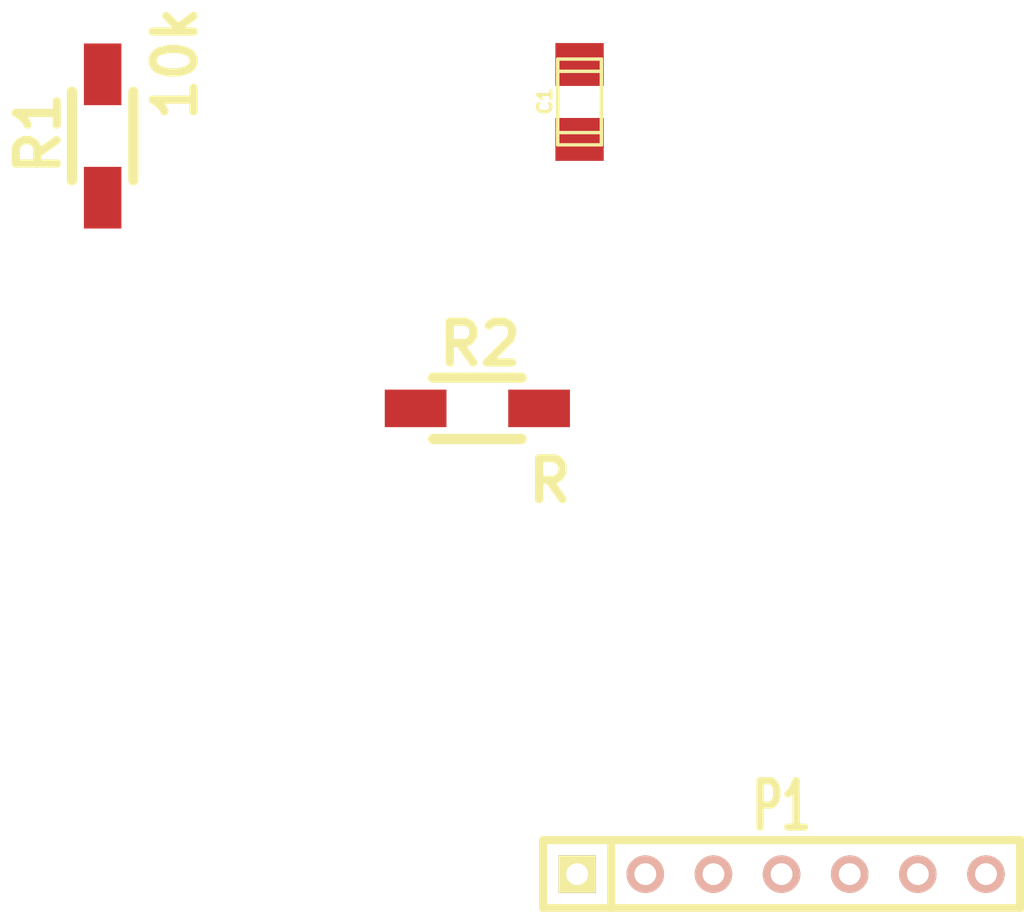
<source format=kicad_pcb>
(kicad_pcb (version 3) (host pcbnew "(2014-jan-25)-product")

  (general
    (links 4)
    (no_connects 4)
    (area 0 0 0 0)
    (thickness 1.6)
    (drawings 0)
    (tracks 0)
    (zones 0)
    (modules 4)
    (nets 10)
  )

  (page A4)
  (layers
    (15 F.Cu signal)
    (0 B.Cu signal)
    (16 B.Adhes user)
    (17 F.Adhes user)
    (18 B.Paste user)
    (19 F.Paste user)
    (20 B.SilkS user)
    (21 F.SilkS user)
    (22 B.Mask user)
    (23 F.Mask user)
    (24 Dwgs.User user)
    (25 Cmts.User user)
    (26 Eco1.User user)
    (27 Eco2.User user)
    (28 Edge.Cuts user)
  )

  (setup
    (last_trace_width 0.254)
    (trace_clearance 0.254)
    (zone_clearance 0.508)
    (zone_45_only no)
    (trace_min 0.254)
    (segment_width 0.2)
    (edge_width 0.15)
    (via_size 0.889)
    (via_drill 0.635)
    (via_min_size 0.889)
    (via_min_drill 0.508)
    (uvia_size 0.508)
    (uvia_drill 0.127)
    (uvias_allowed no)
    (uvia_min_size 0.508)
    (uvia_min_drill 0.127)
    (pcb_text_width 0.3)
    (pcb_text_size 1.5 1.5)
    (mod_edge_width 0.15)
    (mod_text_size 1.5 1.5)
    (mod_text_width 0.15)
    (pad_size 1.4 1.4)
    (pad_drill 0.6)
    (pad_to_mask_clearance 0.2)
    (aux_axis_origin 0 0)
    (visible_elements FFFFFF7F)
    (pcbplotparams
      (layerselection 3178497)
      (usegerberextensions true)
      (excludeedgelayer true)
      (linewidth 0.100000)
      (plotframeref false)
      (viasonmask false)
      (mode 1)
      (useauxorigin false)
      (hpglpennumber 1)
      (hpglpenspeed 20)
      (hpglpendiameter 15)
      (hpglpenoverlay 2)
      (psnegative false)
      (psa4output false)
      (plotreference true)
      (plotvalue true)
      (plotothertext true)
      (plotinvisibletext false)
      (padsonsilk false)
      (subtractmaskfromsilk false)
      (outputformat 1)
      (mirror false)
      (drillshape 1)
      (scaleselection 1)
      (outputdirectory ""))
  )

  (net 0 "")
  (net 1 +5V)
  (net 2 GND)
  (net 3 BLANK)
  (net 4 SCLK)
  (net 5 SIN)
  (net 6 XLAT)
  (net 7 SOUT)
  (net 8 "Net-(R2-Pad1)")
  (net 9 "Net-(R2-Pad2)")

  (net_class Default "This is the default net class."
    (clearance 0.254)
    (trace_width 0.254)
    (via_dia 0.889)
    (via_drill 0.635)
    (uvia_dia 0.508)
    (uvia_drill 0.127)
    (add_net +5V)
    (add_net BLANK)
    (add_net GND)
    (add_net "Net-(R2-Pad1)")
    (add_net "Net-(R2-Pad2)")
    (add_net SCLK)
    (add_net SIN)
    (add_net SOUT)
    (add_net XLAT)
  )

  (module Connect:SIL-7 (layer F.Cu) (tedit 538C0AEF) (tstamp 538C0AF9)
    (at 148.5011 105.0036)
    (descr "Connecteur 7 pins")
    (tags "CONN DEV")
    (path /538D2866)
    (fp_text reference P1 (at 0 -2.54) (layer F.SilkS)
      (effects (font (size 1.72974 1.08712) (thickness 0.3048)))
    )
    (fp_text value CONN_7 (at 0 -2.54) (layer F.SilkS) hide
      (effects (font (size 1.524 1.016) (thickness 0.3048)))
    )
    (fp_line (start -8.89 -1.27) (end -8.89 -1.27) (layer F.SilkS) (width 0.3048))
    (fp_line (start -8.89 -1.27) (end 8.89 -1.27) (layer F.SilkS) (width 0.3048))
    (fp_line (start 8.89 -1.27) (end 8.89 1.27) (layer F.SilkS) (width 0.3048))
    (fp_line (start 8.89 1.27) (end -8.89 1.27) (layer F.SilkS) (width 0.3048))
    (fp_line (start -8.89 1.27) (end -8.89 -1.27) (layer F.SilkS) (width 0.3048))
    (fp_line (start -6.35 1.27) (end -6.35 1.27) (layer F.SilkS) (width 0.3048))
    (fp_line (start -6.35 1.27) (end -6.35 -1.27) (layer F.SilkS) (width 0.3048))
    (pad 1 thru_hole rect (at -7.62 0) (size 1.397 1.397) (drill 0.8128) (layers *.Cu *.Mask F.SilkS)
      (net 1 +5V))
    (pad 2 thru_hole circle (at -5.08 0) (size 1.397 1.397) (drill 0.8128) (layers *.Cu *.SilkS *.Mask)
      (net 2 GND))
    (pad 3 thru_hole circle (at -2.54 0) (size 1.397 1.397) (drill 0.8128) (layers *.Cu *.SilkS *.Mask)
      (net 3 BLANK))
    (pad 4 thru_hole circle (at 0 0) (size 1.397 1.397) (drill 0.8128) (layers *.Cu *.SilkS *.Mask)
      (net 4 SCLK))
    (pad 5 thru_hole circle (at 2.54 0) (size 1.397 1.397) (drill 0.8128) (layers *.Cu *.SilkS *.Mask)
      (net 5 SIN))
    (pad 6 thru_hole circle (at 5.08 0) (size 1.397 1.397) (drill 0.8128) (layers *.Cu *.SilkS *.Mask)
      (net 6 XLAT))
    (pad 7 thru_hole circle (at 7.62 0) (size 1.397 1.397) (drill 0.8128) (layers *.Cu *.SilkS *.Mask)
      (net 7 SOUT))
  )

  (module Capacitors_SMD:c_1206 (layer F.Cu) (tedit 538C0BB4) (tstamp 538C0BD2)
    (at 140.97 76.2 90)
    (descr "SMT capacitor, 1206")
    (path /538DFABC)
    (fp_text reference C1 (at 0.0254 -1.2954 90) (layer F.SilkS)
      (effects (font (size 0.50038 0.50038) (thickness 0.11938)))
    )
    (fp_text value 20n (at 0 1.27 90) (layer F.SilkS) hide
      (effects (font (size 0.50038 0.50038) (thickness 0.11938)))
    )
    (fp_line (start 1.143 0.8128) (end 1.143 -0.8128) (layer F.SilkS) (width 0.127))
    (fp_line (start -1.143 -0.8128) (end -1.143 0.8128) (layer F.SilkS) (width 0.127))
    (fp_line (start -1.6002 -0.8128) (end -1.6002 0.8128) (layer F.SilkS) (width 0.127))
    (fp_line (start -1.6002 0.8128) (end 1.6002 0.8128) (layer F.SilkS) (width 0.127))
    (fp_line (start 1.6002 0.8128) (end 1.6002 -0.8128) (layer F.SilkS) (width 0.127))
    (fp_line (start 1.6002 -0.8128) (end -1.6002 -0.8128) (layer F.SilkS) (width 0.127))
    (pad 1 smd rect (at 1.397 0 90) (size 1.6002 1.8034) (layers F.Cu F.Paste F.Mask)
      (net 1 +5V))
    (pad 2 smd rect (at -1.397 0 90) (size 1.6002 1.8034) (layers F.Cu F.Paste F.Mask)
      (net 2 GND))
    (model smd/capacitors/c_1206.wrl
      (at (xyz 0 0 0))
      (scale (xyz 1 1 1))
      (rotate (xyz 0 0 0))
    )
  )

  (module Resistors_SMD:Resistor_SMD1206_HandSoldering (layer F.Cu) (tedit 538C0BB3) (tstamp 538C0BDD)
    (at 123.19 77.47 90)
    (descr "Resistor, SMD, 1206, HandSoldering,")
    (tags "Resistor, SMD, 1206, Hand soldering,")
    (path /538D4501)
    (attr smd)
    (fp_text reference R1 (at 0.09906 -2.4003 90) (layer F.SilkS)
      (effects (font (thickness 0.3048)))
    )
    (fp_text value 10k (at 2.70002 2.70002 90) (layer F.SilkS)
      (effects (font (thickness 0.3048)))
    )
    (fp_circle (center 0 0) (end 0.50038 0.09906) (layer F.Adhes) (width 0.381))
    (fp_circle (center 0 0) (end 0.14986 0.0508) (layer F.Adhes) (width 0.381))
    (fp_line (start 1.651 1.143) (end -1.651 1.143) (layer F.SilkS) (width 0.381))
    (fp_line (start 0 -1.143) (end -1.651 -1.143) (layer F.SilkS) (width 0.381))
    (fp_line (start 0 -1.143) (end 1.651 -1.143) (layer F.SilkS) (width 0.381))
    (pad 1 smd rect (at -2.30124 0 90) (size 2.30124 1.39954) (layers F.Cu F.Paste F.Mask)
      (net 1 +5V))
    (pad 2 smd rect (at 2.30124 0 90) (size 2.30124 1.39954) (layers F.Cu F.Paste F.Mask)
      (net 3 BLANK))
  )

  (module Resistors_SMD:Resistor_SMD1206_HandSoldering (layer F.Cu) (tedit 538C0BB3) (tstamp 538C0BE8)
    (at 137.16 87.63)
    (descr "Resistor, SMD, 1206, HandSoldering,")
    (tags "Resistor, SMD, 1206, Hand soldering,")
    (path /538D447C)
    (attr smd)
    (fp_text reference R2 (at 0.09906 -2.4003) (layer F.SilkS)
      (effects (font (thickness 0.3048)))
    )
    (fp_text value R (at 2.70002 2.70002) (layer F.SilkS)
      (effects (font (thickness 0.3048)))
    )
    (fp_circle (center 0 0) (end 0.50038 0.09906) (layer F.Adhes) (width 0.381))
    (fp_circle (center 0 0) (end 0.14986 0.0508) (layer F.Adhes) (width 0.381))
    (fp_line (start 1.651 1.143) (end -1.651 1.143) (layer F.SilkS) (width 0.381))
    (fp_line (start 0 -1.143) (end -1.651 -1.143) (layer F.SilkS) (width 0.381))
    (fp_line (start 0 -1.143) (end 1.651 -1.143) (layer F.SilkS) (width 0.381))
    (pad 1 smd rect (at -2.30124 0) (size 2.30124 1.39954) (layers F.Cu F.Paste F.Mask)
      (net 8 "Net-(R2-Pad1)"))
    (pad 2 smd rect (at 2.30124 0) (size 2.30124 1.39954) (layers F.Cu F.Paste F.Mask)
      (net 9 "Net-(R2-Pad2)"))
  )

)

</source>
